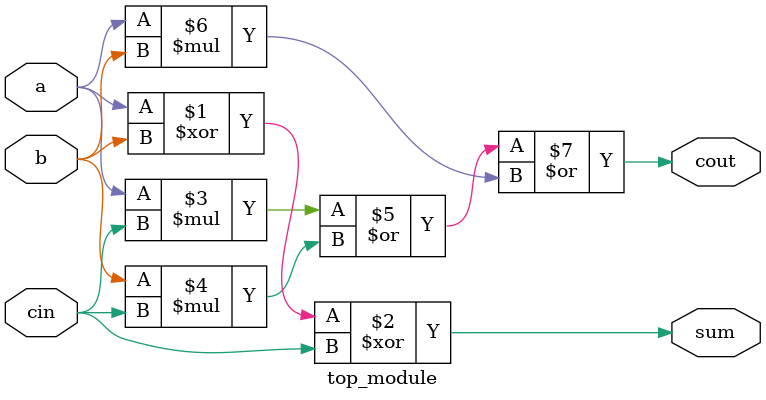
<source format=v>
module top_module( 
    input a, b, cin,
    output cout, sum );
	assign sum = a ^ b ^ cin;
    assign cout = a * cin | b * cin | a * b;
endmodule

</source>
